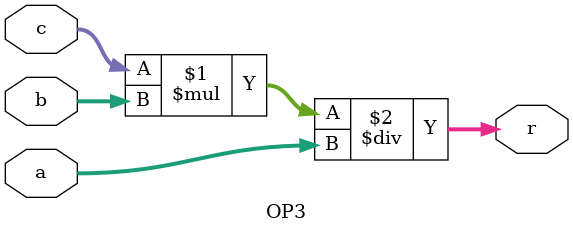
<source format=v>
module OP3(

input [7:0]a,b,c,
output [15:0]r

);

assign r = (c*b)/a;

endmodule

</source>
